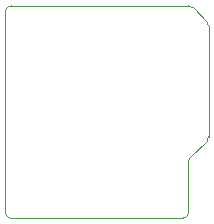
<source format=gbr>
%TF.GenerationSoftware,KiCad,Pcbnew,(6.0.5-0)*%
%TF.CreationDate,2022-08-13T19:22:48-07:00*%
%TF.ProjectId,max3100-uart-adpt,6d617833-3130-4302-9d75-6172742d6164,P1.1*%
%TF.SameCoordinates,PX6b4f310PY74ffa90*%
%TF.FileFunction,Profile,NP*%
%FSLAX46Y46*%
G04 Gerber Fmt 4.6, Leading zero omitted, Abs format (unit mm)*
G04 Created by KiCad (PCBNEW (6.0.5-0)) date 2022-08-13 19:22:48*
%MOMM*%
%LPD*%
G01*
G04 APERTURE LIST*
%TA.AperFunction,Profile*%
%ADD10C,0.050000*%
%TD*%
G04 APERTURE END LIST*
D10*
X58578000Y28582000D02*
G75*
G03*
X59078000Y29082000I0J500000D01*
G01*
X59078000Y33382000D02*
X59078000Y29082000D01*
X60631553Y35128447D02*
X59224447Y33735553D01*
X59224447Y33735553D02*
G75*
G03*
X59078000Y33382000I353553J-353553D01*
G01*
X60631553Y35128447D02*
G75*
G03*
X60778000Y35482000I-353553J353553D01*
G01*
X60631554Y45235553D02*
X59431553Y46435553D01*
X60778000Y44882000D02*
G75*
G03*
X60631554Y45235553I-499999J0D01*
G01*
X59431553Y46435553D02*
G75*
G03*
X59078000Y46582000I-353553J-353553D01*
G01*
X43578000Y29082000D02*
G75*
G03*
X44078000Y28582000I500000J0D01*
G01*
X44078000Y46582000D02*
G75*
G03*
X43578000Y46082000I0J-500000D01*
G01*
X60778000Y35482000D02*
X60778000Y44882000D01*
X58578000Y28582000D02*
X44078000Y28582000D01*
X44078000Y46582000D02*
X59078000Y46582000D01*
X43578000Y29082000D02*
X43578000Y46082000D01*
M02*

</source>
